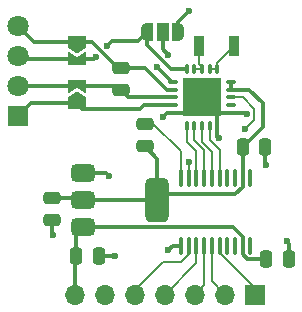
<source format=gbr>
%TF.GenerationSoftware,KiCad,Pcbnew,8.0.4*%
%TF.CreationDate,2024-10-25T14:16:06-05:00*%
%TF.ProjectId,weather-station-rtd,77656174-6865-4722-9d73-746174696f6e,rev?*%
%TF.SameCoordinates,Original*%
%TF.FileFunction,Copper,L1,Top*%
%TF.FilePolarity,Positive*%
%FSLAX46Y46*%
G04 Gerber Fmt 4.6, Leading zero omitted, Abs format (unit mm)*
G04 Created by KiCad (PCBNEW 8.0.4) date 2024-10-25 14:16:06*
%MOMM*%
%LPD*%
G01*
G04 APERTURE LIST*
G04 Aperture macros list*
%AMRoundRect*
0 Rectangle with rounded corners*
0 $1 Rounding radius*
0 $2 $3 $4 $5 $6 $7 $8 $9 X,Y pos of 4 corners*
0 Add a 4 corners polygon primitive as box body*
4,1,4,$2,$3,$4,$5,$6,$7,$8,$9,$2,$3,0*
0 Add four circle primitives for the rounded corners*
1,1,$1+$1,$2,$3*
1,1,$1+$1,$4,$5*
1,1,$1+$1,$6,$7*
1,1,$1+$1,$8,$9*
0 Add four rect primitives between the rounded corners*
20,1,$1+$1,$2,$3,$4,$5,0*
20,1,$1+$1,$4,$5,$6,$7,0*
20,1,$1+$1,$6,$7,$8,$9,0*
20,1,$1+$1,$8,$9,$2,$3,0*%
%AMFreePoly0*
4,1,19,0.550000,-0.750000,0.000000,-0.750000,0.000000,-0.744911,-0.071157,-0.744911,-0.207708,-0.704816,-0.327430,-0.627875,-0.420627,-0.520320,-0.479746,-0.390866,-0.500000,-0.250000,-0.500000,0.250000,-0.479746,0.390866,-0.420627,0.520320,-0.327430,0.627875,-0.207708,0.704816,-0.071157,0.744911,0.000000,0.744911,0.000000,0.750000,0.550000,0.750000,0.550000,-0.750000,0.550000,-0.750000,
$1*%
%AMFreePoly1*
4,1,19,0.000000,0.744911,0.071157,0.744911,0.207708,0.704816,0.327430,0.627875,0.420627,0.520320,0.479746,0.390866,0.500000,0.250000,0.500000,-0.250000,0.479746,-0.390866,0.420627,-0.520320,0.327430,-0.627875,0.207708,-0.704816,0.071157,-0.744911,0.000000,-0.744911,0.000000,-0.750000,-0.550000,-0.750000,-0.550000,0.750000,0.000000,0.750000,0.000000,0.744911,0.000000,0.744911,
$1*%
%AMFreePoly2*
4,1,6,1.000000,0.000000,0.500000,-0.750000,-0.500000,-0.750000,-0.500000,0.750000,0.500000,0.750000,1.000000,0.000000,1.000000,0.000000,$1*%
%AMFreePoly3*
4,1,6,0.500000,-0.750000,-0.650000,-0.750000,-0.150000,0.000000,-0.650000,0.750000,0.500000,0.750000,0.500000,-0.750000,0.500000,-0.750000,$1*%
G04 Aperture macros list end*
%TA.AperFunction,SMDPad,CuDef*%
%ADD10R,0.970000X1.730000*%
%TD*%
%TA.AperFunction,SMDPad,CuDef*%
%ADD11FreePoly0,0.000000*%
%TD*%
%TA.AperFunction,SMDPad,CuDef*%
%ADD12R,1.000000X1.500000*%
%TD*%
%TA.AperFunction,SMDPad,CuDef*%
%ADD13FreePoly1,0.000000*%
%TD*%
%TA.AperFunction,SMDPad,CuDef*%
%ADD14RoundRect,0.250000X-0.250000X-0.475000X0.250000X-0.475000X0.250000X0.475000X-0.250000X0.475000X0*%
%TD*%
%TA.AperFunction,SMDPad,CuDef*%
%ADD15FreePoly2,90.000000*%
%TD*%
%TA.AperFunction,SMDPad,CuDef*%
%ADD16FreePoly3,90.000000*%
%TD*%
%TA.AperFunction,SMDPad,CuDef*%
%ADD17RoundRect,0.250000X-0.475000X0.250000X-0.475000X-0.250000X0.475000X-0.250000X0.475000X0.250000X0*%
%TD*%
%TA.AperFunction,SMDPad,CuDef*%
%ADD18RoundRect,0.250000X0.475000X-0.250000X0.475000X0.250000X-0.475000X0.250000X-0.475000X-0.250000X0*%
%TD*%
%TA.AperFunction,SMDPad,CuDef*%
%ADD19RoundRect,0.075000X-0.075000X0.337500X-0.075000X-0.337500X0.075000X-0.337500X0.075000X0.337500X0*%
%TD*%
%TA.AperFunction,SMDPad,CuDef*%
%ADD20RoundRect,0.075000X-0.337500X0.075000X-0.337500X-0.075000X0.337500X-0.075000X0.337500X0.075000X0*%
%TD*%
%TA.AperFunction,HeatsinkPad*%
%ADD21R,3.250000X3.250000*%
%TD*%
%TA.AperFunction,SMDPad,CuDef*%
%ADD22RoundRect,0.100000X-0.100000X0.637500X-0.100000X-0.637500X0.100000X-0.637500X0.100000X0.637500X0*%
%TD*%
%TA.AperFunction,ComponentPad*%
%ADD23R,1.800000X1.800000*%
%TD*%
%TA.AperFunction,ComponentPad*%
%ADD24C,1.800000*%
%TD*%
%TA.AperFunction,SMDPad,CuDef*%
%ADD25FreePoly2,270.000000*%
%TD*%
%TA.AperFunction,SMDPad,CuDef*%
%ADD26FreePoly3,270.000000*%
%TD*%
%TA.AperFunction,SMDPad,CuDef*%
%ADD27RoundRect,0.375000X-0.625000X-0.375000X0.625000X-0.375000X0.625000X0.375000X-0.625000X0.375000X0*%
%TD*%
%TA.AperFunction,SMDPad,CuDef*%
%ADD28RoundRect,0.500000X-0.500000X-1.400000X0.500000X-1.400000X0.500000X1.400000X-0.500000X1.400000X0*%
%TD*%
%TA.AperFunction,ComponentPad*%
%ADD29R,1.700000X1.700000*%
%TD*%
%TA.AperFunction,ComponentPad*%
%ADD30O,1.700000X1.700000*%
%TD*%
%TA.AperFunction,ViaPad*%
%ADD31C,0.600000*%
%TD*%
%TA.AperFunction,Conductor*%
%ADD32C,0.300000*%
%TD*%
%TA.AperFunction,Conductor*%
%ADD33C,0.150000*%
%TD*%
G04 APERTURE END LIST*
D10*
%TO.P,R1,1*%
%TO.N,Net-(U1-ISENSOR)*%
X165855200Y-91998800D03*
%TO.P,R1,2*%
%TO.N,Net-(U1-BIAS)*%
X168815200Y-91998800D03*
%TD*%
D11*
%TO.P,JP3,1,A*%
%TO.N,/FORCE+*%
X161450000Y-90750000D03*
D12*
%TO.P,JP3,2,C*%
%TO.N,/FORCE2*%
X162750000Y-90750000D03*
D13*
%TO.P,JP3,3,B*%
%TO.N,GND*%
X164050000Y-90750000D03*
%TD*%
D14*
%TO.P,C4,1*%
%TO.N,VIN*%
X171550000Y-110000000D03*
%TO.P,C4,2*%
%TO.N,GND*%
X173450000Y-110000000D03*
%TD*%
D15*
%TO.P,JP1,1,A*%
%TO.N,/FORCE-*%
X155500000Y-96785000D03*
D16*
%TO.P,JP1,2,B*%
%TO.N,/RTDIN-*%
X155500000Y-95335000D03*
%TD*%
D17*
%TO.P,C3,1*%
%TO.N,/RTDIN+*%
X159250000Y-93800000D03*
%TO.P,C3,2*%
%TO.N,/RTDIN-*%
X159250000Y-95700000D03*
%TD*%
D18*
%TO.P,R2,1*%
%TO.N,VDD*%
X161250000Y-100450000D03*
%TO.P,R2,2*%
%TO.N,Net-(U3-OE)*%
X161250000Y-98550000D03*
%TD*%
D14*
%TO.P,C1,1*%
%TO.N,VIN*%
X155450000Y-109750000D03*
%TO.P,C1,2*%
%TO.N,GND*%
X157350000Y-109750000D03*
%TD*%
D19*
%TO.P,U1,1,BIAS*%
%TO.N,Net-(U1-BIAS)*%
X167400000Y-93875000D03*
%TO.P,U1,2,REFIN+*%
X166750000Y-93875000D03*
%TO.P,U1,3,REFIN-*%
%TO.N,Net-(U1-ISENSOR)*%
X166100000Y-93875000D03*
%TO.P,U1,4,ISENSOR*%
X165450000Y-93875000D03*
%TO.P,U1,5,FORCE+*%
%TO.N,/FORCE+*%
X164800000Y-93875000D03*
D20*
%TO.P,U1,6,FORCE2*%
%TO.N,/FORCE2*%
X163662500Y-95012500D03*
%TO.P,U1,7,RTDIN+*%
%TO.N,/RTDIN+*%
X163662500Y-95662500D03*
%TO.P,U1,8,RTDIN-*%
%TO.N,/RTDIN-*%
X163662500Y-96312500D03*
%TO.P,U1,9,FORCE-*%
%TO.N,/FORCE-*%
X163662500Y-96962500D03*
%TO.P,U1,10,GND*%
%TO.N,GND*%
X163662500Y-97612500D03*
D19*
%TO.P,U1,11,SDI*%
%TO.N,/IC_SDI*%
X164800000Y-98750000D03*
%TO.P,U1,12,SCLK*%
%TO.N,/IC_SCLK*%
X165450000Y-98750000D03*
%TO.P,U1,13,~{CS}*%
%TO.N,/IC_CS*%
X166100000Y-98750000D03*
%TO.P,U1,14,SDO*%
%TO.N,/IC_SDO*%
X166750000Y-98750000D03*
%TO.P,U1,15,DGND*%
%TO.N,GND*%
X167400000Y-98750000D03*
D20*
%TO.P,U1,16,GND*%
X168537500Y-97612500D03*
%TO.P,U1,17,NC*%
%TO.N,unconnected-(U1-NC-Pad17)*%
X168537500Y-96962500D03*
%TO.P,U1,18,~{DRDY}*%
%TO.N,/IC_DRDY*%
X168537500Y-96312500D03*
%TO.P,U1,19,DVDD*%
%TO.N,VDD*%
X168537500Y-95662500D03*
%TO.P,U1,20,VDD*%
X168537500Y-95012500D03*
D21*
%TO.P,U1,21,GND*%
%TO.N,GND*%
X166100000Y-96312500D03*
%TD*%
D22*
%TO.P,U3,1,A1*%
%TO.N,unconnected-(U3-A1-Pad1)*%
X170175000Y-103137500D03*
%TO.P,U3,2,V_{CCA}*%
%TO.N,VDD*%
X169525000Y-103137500D03*
%TO.P,U3,3,A2*%
%TO.N,unconnected-(U3-A2-Pad3)*%
X168875000Y-103137500D03*
%TO.P,U3,4,A3*%
%TO.N,unconnected-(U3-A3-Pad4)*%
X168225000Y-103137500D03*
%TO.P,U3,5,A4*%
%TO.N,/IC_SDO*%
X167575000Y-103137500D03*
%TO.P,U3,6,A5*%
%TO.N,/IC_CS*%
X166925000Y-103137500D03*
%TO.P,U3,7,A6*%
%TO.N,/IC_SCLK*%
X166275000Y-103137500D03*
%TO.P,U3,8,A7*%
%TO.N,/IC_SDI*%
X165625000Y-103137500D03*
%TO.P,U3,9,A8*%
%TO.N,/IC_DRDY*%
X164975000Y-103137500D03*
%TO.P,U3,10,OE*%
%TO.N,Net-(U3-OE)*%
X164325000Y-103137500D03*
%TO.P,U3,11,GND*%
%TO.N,GND*%
X164325000Y-108862500D03*
%TO.P,U3,12,B8*%
%TO.N,/IN_DRDY*%
X164975000Y-108862500D03*
%TO.P,U3,13,B7*%
%TO.N,/IN_SDI*%
X165625000Y-108862500D03*
%TO.P,U3,14,B6*%
%TO.N,/IN_SCLK*%
X166275000Y-108862500D03*
%TO.P,U3,15,B5*%
%TO.N,/IN_CS*%
X166925000Y-108862500D03*
%TO.P,U3,16,B4*%
%TO.N,/IN_SDO*%
X167575000Y-108862500D03*
%TO.P,U3,17,B3*%
%TO.N,unconnected-(U3-B3-Pad17)*%
X168225000Y-108862500D03*
%TO.P,U3,18,B2*%
%TO.N,unconnected-(U3-B2-Pad18)*%
X168875000Y-108862500D03*
%TO.P,U3,19,V_{CCB}*%
%TO.N,VIN*%
X169525000Y-108862500D03*
%TO.P,U3,20,B1*%
%TO.N,unconnected-(U3-B1-Pad20)*%
X170175000Y-108862500D03*
%TD*%
D23*
%TO.P,J2,1,1*%
%TO.N,/FORCE-*%
X150500000Y-97870000D03*
D24*
%TO.P,J2,2,2*%
%TO.N,/RTDIN-*%
X150500000Y-95330000D03*
%TO.P,J2,3,3*%
%TO.N,/FORCE+*%
X150500000Y-92790000D03*
%TO.P,J2,4,4*%
%TO.N,/RTDIN+*%
X150500000Y-90250000D03*
%TD*%
D14*
%TO.P,C5,1*%
%TO.N,VDD*%
X169550000Y-100500000D03*
%TO.P,C5,2*%
%TO.N,GND*%
X171450000Y-100500000D03*
%TD*%
D17*
%TO.P,C2,1*%
%TO.N,VDD*%
X153400000Y-104800000D03*
%TO.P,C2,2*%
%TO.N,GND*%
X153400000Y-106700000D03*
%TD*%
D25*
%TO.P,JP2,1,A*%
%TO.N,/RTDIN+*%
X155500000Y-91585000D03*
D26*
%TO.P,JP2,2,B*%
%TO.N,/FORCE+*%
X155500000Y-93035000D03*
%TD*%
D27*
%TO.P,U2,1,GND*%
%TO.N,GND*%
X156000000Y-102700000D03*
%TO.P,U2,2,VO*%
%TO.N,VDD*%
X156000000Y-105000000D03*
D28*
X162300000Y-105000000D03*
D27*
%TO.P,U2,3,VI*%
%TO.N,VIN*%
X156000000Y-107300000D03*
%TD*%
D29*
%TO.P,J1,1,Pin_1*%
%TO.N,/IN_SDO*%
X170580000Y-113000000D03*
D30*
%TO.P,J1,2,Pin_2*%
%TO.N,/IN_CS*%
X168040000Y-113000000D03*
%TO.P,J1,3,Pin_3*%
%TO.N,/IN_SCLK*%
X165500000Y-113000000D03*
%TO.P,J1,4,Pin_4*%
%TO.N,/IN_SDI*%
X162960000Y-113000000D03*
%TO.P,J1,5,Pin_5*%
%TO.N,/IN_DRDY*%
X160420000Y-113000000D03*
%TO.P,J1,6,Pin_6*%
%TO.N,GND*%
X157880000Y-113000000D03*
%TO.P,J1,7,Pin_7*%
%TO.N,VIN*%
X155340000Y-113000000D03*
%TD*%
D31*
%TO.N,GND*%
X158750000Y-109750000D03*
X171500000Y-102000000D03*
X162750000Y-98000000D03*
X169925000Y-97750000D03*
X163250000Y-109250000D03*
X153500000Y-108000000D03*
X167500000Y-99750000D03*
X158250000Y-103000000D03*
X165000000Y-89000000D03*
X173250000Y-108500000D03*
%TO.N,/FORCE+*%
X157140380Y-92859620D03*
X158059620Y-91940380D03*
%TO.N,/FORCE2*%
X163250000Y-92750000D03*
X162250000Y-93750000D03*
%TO.N,/IC_DRDY*%
X165000000Y-101750000D03*
X169750000Y-99000000D03*
%TD*%
D32*
%TO.N,GND*%
X163662500Y-97612500D02*
X163137500Y-97612500D01*
X169787500Y-97612500D02*
X169925000Y-97750000D01*
X156000000Y-102700000D02*
X157950000Y-102700000D01*
X157350000Y-109750000D02*
X158750000Y-109750000D01*
X167400000Y-97612500D02*
X168537500Y-97612500D01*
X164050000Y-90750000D02*
X164050000Y-89950000D01*
X164325000Y-108862500D02*
X163637500Y-108862500D01*
X166100000Y-96312500D02*
X167400000Y-97612500D01*
X171450000Y-100500000D02*
X171450000Y-101950000D01*
X173450000Y-110000000D02*
X173450000Y-108700000D01*
X164800000Y-97612500D02*
X163662500Y-97612500D01*
X163637500Y-108862500D02*
X163250000Y-109250000D01*
X164050000Y-89950000D02*
X165000000Y-89000000D01*
X173450000Y-108700000D02*
X173250000Y-108500000D01*
X157950000Y-102700000D02*
X158250000Y-103000000D01*
X167400000Y-97612500D02*
X167400000Y-98750000D01*
X167400000Y-99650000D02*
X167500000Y-99750000D01*
X171450000Y-101950000D02*
X171500000Y-102000000D01*
X153400000Y-107900000D02*
X153500000Y-108000000D01*
X168537500Y-97612500D02*
X169787500Y-97612500D01*
X166100000Y-96312500D02*
X164800000Y-97612500D01*
X163137500Y-97612500D02*
X162750000Y-98000000D01*
X153400000Y-106700000D02*
X153400000Y-107900000D01*
X167400000Y-98750000D02*
X167400000Y-99650000D01*
%TO.N,VIN*%
X155450000Y-107850000D02*
X156000000Y-107300000D01*
X155340000Y-109860000D02*
X155450000Y-109750000D01*
X169525000Y-109599999D02*
X169525000Y-108862500D01*
X169925001Y-110000000D02*
X169525000Y-109599999D01*
X171550000Y-110000000D02*
X169925001Y-110000000D01*
X168699999Y-107300000D02*
X169525000Y-108125001D01*
X169525000Y-108125001D02*
X169525000Y-108862500D01*
X155450000Y-109750000D02*
X155450000Y-107850000D01*
X156000000Y-107300000D02*
X168699999Y-107300000D01*
X155340000Y-113000000D02*
X155340000Y-109860000D01*
%TO.N,VDD*%
X169525000Y-100525000D02*
X169550000Y-100500000D01*
X168889168Y-104500000D02*
X162800000Y-104500000D01*
X171250000Y-96824480D02*
X171250000Y-98800000D01*
X169525000Y-103864168D02*
X168889168Y-104500000D01*
X168537500Y-95662500D02*
X170088020Y-95662500D01*
X162300000Y-101500000D02*
X162300000Y-105000000D01*
X155800000Y-104800000D02*
X156000000Y-105000000D01*
X153400000Y-104800000D02*
X155800000Y-104800000D01*
X170088020Y-95662500D02*
X171250000Y-96824480D01*
X169525000Y-103137500D02*
X169525000Y-100525000D01*
X162300000Y-105000000D02*
X156000000Y-105000000D01*
X161250000Y-100450000D02*
X162300000Y-101500000D01*
X168537500Y-95662500D02*
X168537500Y-95012500D01*
X162800000Y-104500000D02*
X162300000Y-105000000D01*
X169525000Y-103137500D02*
X169525000Y-103864168D01*
X171250000Y-98800000D02*
X169550000Y-100500000D01*
%TO.N,/RTDIN-*%
X150505000Y-95335000D02*
X150500000Y-95330000D01*
X155500000Y-95335000D02*
X158885000Y-95335000D01*
X155500000Y-95335000D02*
X150505000Y-95335000D01*
X158885000Y-95335000D02*
X159250000Y-95700000D01*
X163662500Y-96312500D02*
X159862500Y-96312500D01*
X159862500Y-96312500D02*
X159250000Y-95700000D01*
%TO.N,/RTDIN+*%
X159000000Y-93800000D02*
X159250000Y-93800000D01*
X163162500Y-95662500D02*
X161300000Y-93800000D01*
X155500000Y-91585000D02*
X151835000Y-91585000D01*
X151835000Y-91585000D02*
X150500000Y-90250000D01*
X161300000Y-93800000D02*
X159250000Y-93800000D01*
X156785000Y-91585000D02*
X159000000Y-93800000D01*
X155500000Y-91585000D02*
X156785000Y-91585000D01*
X163662500Y-95662500D02*
X163162500Y-95662500D01*
D33*
%TO.N,/IN_SDO*%
X170580000Y-113000000D02*
X170580000Y-112488102D01*
X170580000Y-112488102D02*
X167575000Y-109483102D01*
X167575000Y-109483102D02*
X167575000Y-108862500D01*
%TO.N,/IN_SDI*%
X165625000Y-110335000D02*
X165625000Y-108862500D01*
X162960000Y-113000000D02*
X165625000Y-110335000D01*
%TO.N,/IN_SCLK*%
X166275000Y-112225000D02*
X166275000Y-108862500D01*
X165500000Y-113000000D02*
X166275000Y-112225000D01*
%TO.N,/IN_CS*%
X168040000Y-113000000D02*
X166925000Y-111885000D01*
X166925000Y-111885000D02*
X166925000Y-108862500D01*
%TO.N,/IN_DRDY*%
X164975000Y-109599999D02*
X164324999Y-110250000D01*
X162750000Y-110250000D02*
X160420000Y-112580000D01*
X160420000Y-112580000D02*
X160420000Y-113000000D01*
X164324999Y-110250000D02*
X162750000Y-110250000D01*
X164975000Y-108862500D02*
X164975000Y-109599999D01*
D32*
%TO.N,/FORCE-*%
X155965000Y-97250000D02*
X155500000Y-96785000D01*
X151585000Y-96785000D02*
X150500000Y-97870000D01*
X160869239Y-97250000D02*
X155965000Y-97250000D01*
X155500000Y-96785000D02*
X151585000Y-96785000D01*
X161156739Y-96962500D02*
X160869239Y-97250000D01*
X163662500Y-96962500D02*
X161156739Y-96962500D01*
%TO.N,/FORCE+*%
X161450000Y-91869239D02*
X161450000Y-90750000D01*
X155500000Y-93035000D02*
X156965000Y-93035000D01*
X158059620Y-91940380D02*
X158500000Y-91500000D01*
X160700000Y-91500000D02*
X161450000Y-90750000D01*
X155500000Y-93035000D02*
X150745000Y-93035000D01*
X164800000Y-93875000D02*
X163455761Y-93875000D01*
X156965000Y-93035000D02*
X157140380Y-92859620D01*
X150745000Y-93035000D02*
X150500000Y-92790000D01*
X163455761Y-93875000D02*
X161450000Y-91869239D01*
X158500000Y-91500000D02*
X160700000Y-91500000D01*
%TO.N,/FORCE2*%
X163512500Y-95012500D02*
X162250000Y-93750000D01*
X162750000Y-92250000D02*
X162750000Y-90750000D01*
X163250000Y-92750000D02*
X162750000Y-92250000D01*
X163662500Y-95012500D02*
X163512500Y-95012500D01*
D33*
%TO.N,Net-(U1-BIAS)*%
X167400000Y-93414000D02*
X168815200Y-91998800D01*
X167400000Y-93875000D02*
X166750000Y-93875000D01*
X167400000Y-93875000D02*
X167400000Y-93414000D01*
%TO.N,Net-(U1-ISENSOR)*%
X165855200Y-93497200D02*
X165855200Y-91998800D01*
X166100000Y-93875000D02*
X165450000Y-93875000D01*
X166100000Y-93875000D02*
X166100000Y-93742000D01*
X166100000Y-93742000D02*
X165855200Y-93497200D01*
%TO.N,Net-(U3-OE)*%
X161250000Y-98550000D02*
X161986827Y-98550000D01*
X161986827Y-98550000D02*
X164325000Y-100888173D01*
X164325000Y-100888173D02*
X164325000Y-103137500D01*
%TO.N,/IC_SDI*%
X164800000Y-100050000D02*
X164800000Y-98750000D01*
X165625000Y-100875000D02*
X164800000Y-100050000D01*
X165625000Y-103137500D02*
X165625000Y-100875000D01*
%TO.N,/IC_SCLK*%
X166275000Y-100775000D02*
X165450000Y-99950000D01*
X166275000Y-103137500D02*
X166275000Y-100775000D01*
X165450000Y-99950000D02*
X165450000Y-98750000D01*
%TO.N,/IC_DRDY*%
X170500000Y-98250000D02*
X170500000Y-97250000D01*
X164975000Y-103137500D02*
X164975000Y-101775000D01*
X170500000Y-97250000D02*
X169562500Y-96312500D01*
X169750000Y-99000000D02*
X170500000Y-98250000D01*
X169562500Y-96312500D02*
X168537500Y-96312500D01*
X164975000Y-101775000D02*
X165000000Y-101750000D01*
%TO.N,/IC_CS*%
X166925000Y-103137500D02*
X166925000Y-100925000D01*
X166925000Y-100925000D02*
X166100000Y-100100000D01*
X166100000Y-100100000D02*
X166100000Y-98750000D01*
%TO.N,/IC_SDO*%
X167575000Y-103137500D02*
X167575000Y-100731587D01*
X166750000Y-99906587D02*
X166750000Y-98750000D01*
X167575000Y-100731587D02*
X166750000Y-99906587D01*
%TD*%
M02*

</source>
